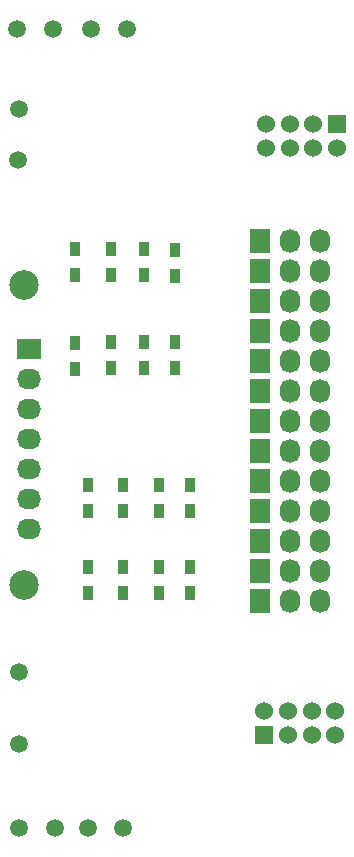
<source format=gbr>
G04 #@! TF.FileFunction,Soldermask,Top*
%FSLAX46Y46*%
G04 Gerber Fmt 4.6, Leading zero omitted, Abs format (unit mm)*
G04 Created by KiCad (PCBNEW 4.0.2+dfsg1-stable) date Wed 09 May 2018 11:30:02 PM PDT*
%MOMM*%
G01*
G04 APERTURE LIST*
%ADD10C,0.100000*%
%ADD11C,2.500000*%
%ADD12R,2.032000X1.727200*%
%ADD13O,2.032000X1.727200*%
%ADD14R,1.727200X2.032000*%
%ADD15O,1.727200X2.032000*%
%ADD16R,0.900000X1.200000*%
%ADD17C,1.500000*%
%ADD18R,1.524000X1.524000*%
%ADD19C,1.524000*%
G04 APERTURE END LIST*
D10*
D11*
X153162000Y-111556800D03*
D12*
X153576020Y-91567000D03*
D13*
X153576020Y-94107000D03*
X153576020Y-96647000D03*
X153576020Y-99187000D03*
X153576020Y-101727000D03*
X153576020Y-104267000D03*
X153576020Y-106807000D03*
D14*
X173156020Y-92532000D03*
D15*
X175696020Y-92532000D03*
X178236020Y-92532000D03*
D14*
X173156020Y-95072000D03*
D15*
X175696020Y-95072000D03*
X178236020Y-95072000D03*
D14*
X173156020Y-100152000D03*
D15*
X175696020Y-100152000D03*
X178236020Y-100152000D03*
D14*
X173156020Y-107772000D03*
D15*
X175696020Y-107772000D03*
X178236020Y-107772000D03*
D14*
X173156020Y-105232000D03*
D15*
X175696020Y-105232000D03*
X178236020Y-105232000D03*
D14*
X173156020Y-84912000D03*
D15*
X175696020Y-84912000D03*
X178236020Y-84912000D03*
D14*
X173156020Y-82372000D03*
D15*
X175696020Y-82372000D03*
X178236020Y-82372000D03*
D14*
X173156020Y-102692000D03*
D15*
X175696020Y-102692000D03*
X178236020Y-102692000D03*
D14*
X173156020Y-87452000D03*
D15*
X175696020Y-87452000D03*
X178236020Y-87452000D03*
D14*
X173156020Y-89992000D03*
D15*
X175696020Y-89992000D03*
X178236020Y-89992000D03*
D14*
X173156020Y-112852000D03*
D15*
X175696020Y-112852000D03*
X178236020Y-112852000D03*
D14*
X173156020Y-110312000D03*
D15*
X175696020Y-110312000D03*
X178236020Y-110312000D03*
D14*
X173156020Y-97612000D03*
D15*
X175696020Y-97612000D03*
X178236020Y-97612000D03*
D16*
X157480000Y-85301000D03*
X157480000Y-83101000D03*
X160528000Y-85301000D03*
X160528000Y-83101000D03*
X163322000Y-85301000D03*
X163322000Y-83101000D03*
X165989000Y-85344000D03*
X165989000Y-83144000D03*
X158623000Y-109982000D03*
X158623000Y-112182000D03*
X161544000Y-109982000D03*
X161544000Y-112182000D03*
X164592000Y-109982000D03*
X164592000Y-112182000D03*
X167259000Y-109982000D03*
X167259000Y-112182000D03*
X157480000Y-93218000D03*
X157480000Y-91018000D03*
X160528000Y-93175000D03*
X160528000Y-90975000D03*
X163322000Y-93175000D03*
X163322000Y-90975000D03*
X165989000Y-93175000D03*
X165989000Y-90975000D03*
X158623000Y-105283000D03*
X158623000Y-103083000D03*
X161544000Y-105283000D03*
X161544000Y-103083000D03*
X164592000Y-105240000D03*
X164592000Y-103040000D03*
X167259000Y-105240000D03*
X167259000Y-103040000D03*
D17*
X152603200Y-64465200D03*
X155651200Y-64465200D03*
X158826200Y-64465200D03*
X161874200Y-64465200D03*
X152781000Y-132080000D03*
X155829000Y-132080000D03*
X158623000Y-132080000D03*
X161544000Y-132080000D03*
X152730200Y-71221600D03*
X152781000Y-124968000D03*
X152679400Y-75514200D03*
X152781000Y-118872000D03*
D11*
X153162000Y-86156800D03*
D18*
X179657000Y-72533000D03*
D19*
X177657000Y-72533000D03*
X175657000Y-72533000D03*
X173657000Y-72533000D03*
X179657000Y-74533000D03*
X177657000Y-74533000D03*
X175657000Y-74533000D03*
X173657000Y-74533000D03*
D18*
X173530000Y-124190000D03*
D19*
X175530000Y-124190000D03*
X177530000Y-124190000D03*
X179530000Y-124190000D03*
X173530000Y-122190000D03*
X175530000Y-122190000D03*
X177530000Y-122190000D03*
X179530000Y-122190000D03*
M02*

</source>
